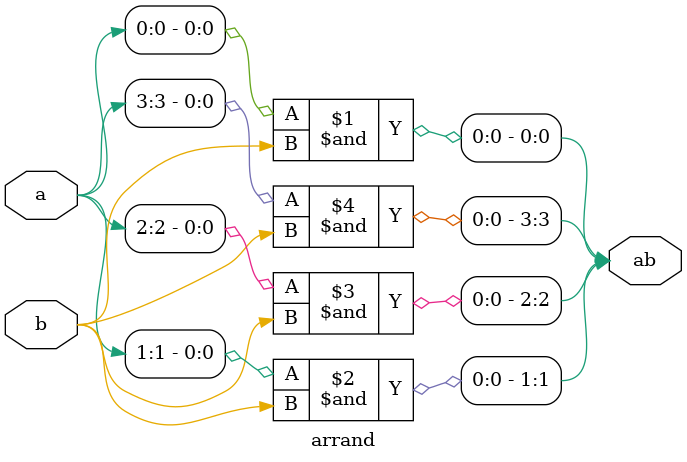
<source format=v>
module MPY(a, b, product);
    input [3:0] a, b;
    wire [3:0] ab0, ab1, ab2, ab3;
    wire [7:0] add0, add1, add2, add3;
    wire [7:0] ext0, ext1, ext2, ext3;
    output [7:0] product;

    arrand and0(a, b[0], ab0);
    arrand and1(a, b[1], ab1);
    arrand and2(a, b[2], ab2);
    arrand and3(a, b[3], ab3);

    assign add0 = {{4{ab0[3]}}, ab0};
    assign add1 = {{3{ab1[3]}}, ab1, 1'b0};
    assign add2 = {{2{ab2[3]}}, ab2, 2'b0};
    assign add3 = {1'b0, ab3, 3'b0};
    assign ext0 = {{4{ab3[0]}}, 4'b0};
    assign ext1 = {{3{ab3[1]}}, 5'b0};
    assign ext2 = {{2{ab3[2]}}, 6'b0};

    assign product = add0 + add1 + add2 + add3 + ext0 + ext1 + ext2;
    

endmodule

module arrand(a, b, ab);
    input [3:0] a;
    input b;
    output [3:0] ab;

    assign ab[0] = a[0] & b;
    assign ab[1] = a[1] & b;
    assign ab[2] = a[2] & b;
    assign ab[3] = a[3] & b;
endmodule
</source>
